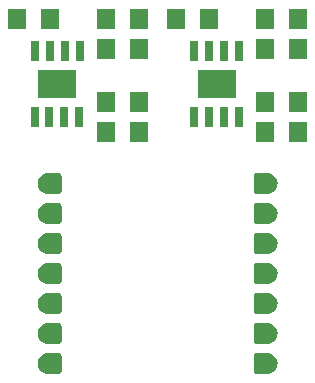
<source format=gbr>
G04 EAGLE Gerber RS-274X export*
G75*
%MOMM*%
%FSLAX34Y34*%
%LPD*%
%INSolderpaste Top*%
%IPPOS*%
%AMOC8*
5,1,8,0,0,1.08239X$1,22.5*%
G01*
G04 Define Apertures*
%ADD10R,0.650000X1.750000*%
%ADD11R,3.300000X2.410000*%
%ADD12R,1.600000X1.800000*%
G36*
X113720Y32450D02*
X113633Y31793D01*
X113380Y31180D01*
X112976Y30654D01*
X112450Y30250D01*
X111837Y29997D01*
X111180Y29910D01*
X102290Y29910D01*
X100556Y30081D01*
X98888Y30587D01*
X97351Y31408D01*
X96004Y32514D01*
X94898Y33861D01*
X94077Y35398D01*
X93571Y37066D01*
X93400Y38800D01*
X93571Y40534D01*
X94077Y42202D01*
X94898Y43739D01*
X96004Y45086D01*
X97351Y46192D01*
X98888Y47013D01*
X100556Y47519D01*
X102290Y47690D01*
X111180Y47690D01*
X111837Y47603D01*
X112450Y47350D01*
X112976Y46946D01*
X113380Y46420D01*
X113633Y45807D01*
X113720Y45150D01*
X113720Y32450D01*
G37*
G36*
X113720Y57850D02*
X113633Y57193D01*
X113380Y56580D01*
X112976Y56054D01*
X112450Y55650D01*
X111837Y55397D01*
X111180Y55310D01*
X102290Y55310D01*
X100556Y55481D01*
X98888Y55987D01*
X97351Y56808D01*
X96004Y57914D01*
X94898Y59261D01*
X94077Y60798D01*
X93571Y62466D01*
X93400Y64200D01*
X93571Y65934D01*
X94077Y67602D01*
X94898Y69139D01*
X96004Y70486D01*
X97351Y71592D01*
X98888Y72413D01*
X100556Y72919D01*
X102290Y73090D01*
X111180Y73090D01*
X111837Y73003D01*
X112450Y72750D01*
X112976Y72346D01*
X113380Y71820D01*
X113633Y71207D01*
X113720Y70550D01*
X113720Y57850D01*
G37*
G36*
X113720Y83250D02*
X113633Y82593D01*
X113380Y81980D01*
X112976Y81454D01*
X112450Y81050D01*
X111837Y80797D01*
X111180Y80710D01*
X102290Y80710D01*
X100556Y80881D01*
X98888Y81387D01*
X97351Y82208D01*
X96004Y83314D01*
X94898Y84661D01*
X94077Y86198D01*
X93571Y87866D01*
X93400Y89600D01*
X93571Y91334D01*
X94077Y93002D01*
X94898Y94539D01*
X96004Y95886D01*
X97351Y96992D01*
X98888Y97813D01*
X100556Y98319D01*
X102290Y98490D01*
X111180Y98490D01*
X111837Y98403D01*
X112450Y98150D01*
X112976Y97746D01*
X113380Y97220D01*
X113633Y96607D01*
X113720Y95950D01*
X113720Y83250D01*
G37*
G36*
X113720Y108650D02*
X113633Y107993D01*
X113380Y107380D01*
X112976Y106854D01*
X112450Y106450D01*
X111837Y106197D01*
X111180Y106110D01*
X102290Y106110D01*
X100556Y106281D01*
X98888Y106787D01*
X97351Y107608D01*
X96004Y108714D01*
X94898Y110061D01*
X94077Y111598D01*
X93571Y113266D01*
X93400Y115000D01*
X93571Y116734D01*
X94077Y118402D01*
X94898Y119939D01*
X96004Y121286D01*
X97351Y122392D01*
X98888Y123213D01*
X100556Y123719D01*
X102290Y123890D01*
X111180Y123890D01*
X111837Y123803D01*
X112450Y123550D01*
X112976Y123146D01*
X113380Y122620D01*
X113633Y122007D01*
X113720Y121350D01*
X113720Y108650D01*
G37*
G36*
X113720Y134050D02*
X113633Y133393D01*
X113380Y132780D01*
X112976Y132254D01*
X112450Y131850D01*
X111837Y131597D01*
X111180Y131510D01*
X102290Y131510D01*
X100556Y131681D01*
X98888Y132187D01*
X97351Y133008D01*
X96004Y134114D01*
X94898Y135461D01*
X94077Y136998D01*
X93571Y138666D01*
X93400Y140400D01*
X93571Y142134D01*
X94077Y143802D01*
X94898Y145339D01*
X96004Y146686D01*
X97351Y147792D01*
X98888Y148613D01*
X100556Y149119D01*
X102290Y149290D01*
X111180Y149290D01*
X111837Y149203D01*
X112450Y148950D01*
X112976Y148546D01*
X113380Y148020D01*
X113633Y147407D01*
X113720Y146750D01*
X113720Y134050D01*
G37*
G36*
X113720Y159450D02*
X113633Y158793D01*
X113380Y158180D01*
X112976Y157654D01*
X112450Y157250D01*
X111837Y156997D01*
X111180Y156910D01*
X102290Y156910D01*
X100556Y157081D01*
X98888Y157587D01*
X97351Y158408D01*
X96004Y159514D01*
X94898Y160861D01*
X94077Y162398D01*
X93571Y164066D01*
X93400Y165800D01*
X93571Y167534D01*
X94077Y169202D01*
X94898Y170739D01*
X96004Y172086D01*
X97351Y173192D01*
X98888Y174013D01*
X100556Y174519D01*
X102290Y174690D01*
X111180Y174690D01*
X111837Y174603D01*
X112450Y174350D01*
X112976Y173946D01*
X113380Y173420D01*
X113633Y172807D01*
X113720Y172150D01*
X113720Y159450D01*
G37*
G36*
X113720Y184850D02*
X113633Y184193D01*
X113380Y183580D01*
X112976Y183054D01*
X112450Y182650D01*
X111837Y182397D01*
X111180Y182310D01*
X102290Y182310D01*
X100556Y182481D01*
X98888Y182987D01*
X97351Y183808D01*
X96004Y184914D01*
X94898Y186261D01*
X94077Y187798D01*
X93571Y189466D01*
X93400Y191200D01*
X93571Y192934D01*
X94077Y194602D01*
X94898Y196139D01*
X96004Y197486D01*
X97351Y198592D01*
X98888Y199413D01*
X100556Y199919D01*
X102290Y200090D01*
X111180Y200090D01*
X111837Y200003D01*
X112450Y199750D01*
X112976Y199346D01*
X113380Y198820D01*
X113633Y198207D01*
X113720Y197550D01*
X113720Y184850D01*
G37*
G36*
X276280Y45150D02*
X276367Y45807D01*
X276620Y46420D01*
X277024Y46946D01*
X277550Y47350D01*
X278163Y47603D01*
X278820Y47690D01*
X287710Y47690D01*
X289444Y47519D01*
X291112Y47013D01*
X292649Y46192D01*
X293996Y45086D01*
X295102Y43739D01*
X295923Y42202D01*
X296429Y40534D01*
X296600Y38800D01*
X296429Y37066D01*
X295923Y35398D01*
X295102Y33861D01*
X293996Y32514D01*
X292649Y31408D01*
X291112Y30587D01*
X289444Y30081D01*
X287710Y29910D01*
X278820Y29910D01*
X278163Y29997D01*
X277550Y30250D01*
X277024Y30654D01*
X276620Y31180D01*
X276367Y31793D01*
X276280Y32450D01*
X276280Y45150D01*
G37*
G36*
X276280Y70550D02*
X276367Y71207D01*
X276620Y71820D01*
X277024Y72346D01*
X277550Y72750D01*
X278163Y73003D01*
X278820Y73090D01*
X287710Y73090D01*
X289444Y72919D01*
X291112Y72413D01*
X292649Y71592D01*
X293996Y70486D01*
X295102Y69139D01*
X295923Y67602D01*
X296429Y65934D01*
X296600Y64200D01*
X296429Y62466D01*
X295923Y60798D01*
X295102Y59261D01*
X293996Y57914D01*
X292649Y56808D01*
X291112Y55987D01*
X289444Y55481D01*
X287710Y55310D01*
X278820Y55310D01*
X278163Y55397D01*
X277550Y55650D01*
X277024Y56054D01*
X276620Y56580D01*
X276367Y57193D01*
X276280Y57850D01*
X276280Y70550D01*
G37*
G36*
X276280Y95950D02*
X276367Y96607D01*
X276620Y97220D01*
X277024Y97746D01*
X277550Y98150D01*
X278163Y98403D01*
X278820Y98490D01*
X287710Y98490D01*
X289444Y98319D01*
X291112Y97813D01*
X292649Y96992D01*
X293996Y95886D01*
X295102Y94539D01*
X295923Y93002D01*
X296429Y91334D01*
X296600Y89600D01*
X296429Y87866D01*
X295923Y86198D01*
X295102Y84661D01*
X293996Y83314D01*
X292649Y82208D01*
X291112Y81387D01*
X289444Y80881D01*
X287710Y80710D01*
X278820Y80710D01*
X278163Y80797D01*
X277550Y81050D01*
X277024Y81454D01*
X276620Y81980D01*
X276367Y82593D01*
X276280Y83250D01*
X276280Y95950D01*
G37*
G36*
X276280Y121350D02*
X276367Y122007D01*
X276620Y122620D01*
X277024Y123146D01*
X277550Y123550D01*
X278163Y123803D01*
X278820Y123890D01*
X287710Y123890D01*
X289444Y123719D01*
X291112Y123213D01*
X292649Y122392D01*
X293996Y121286D01*
X295102Y119939D01*
X295923Y118402D01*
X296429Y116734D01*
X296600Y115000D01*
X296429Y113266D01*
X295923Y111598D01*
X295102Y110061D01*
X293996Y108714D01*
X292649Y107608D01*
X291112Y106787D01*
X289444Y106281D01*
X287710Y106110D01*
X278820Y106110D01*
X278163Y106197D01*
X277550Y106450D01*
X277024Y106854D01*
X276620Y107380D01*
X276367Y107993D01*
X276280Y108650D01*
X276280Y121350D01*
G37*
G36*
X276280Y146750D02*
X276367Y147407D01*
X276620Y148020D01*
X277024Y148546D01*
X277550Y148950D01*
X278163Y149203D01*
X278820Y149290D01*
X287710Y149290D01*
X289444Y149119D01*
X291112Y148613D01*
X292649Y147792D01*
X293996Y146686D01*
X295102Y145339D01*
X295923Y143802D01*
X296429Y142134D01*
X296600Y140400D01*
X296429Y138666D01*
X295923Y136998D01*
X295102Y135461D01*
X293996Y134114D01*
X292649Y133008D01*
X291112Y132187D01*
X289444Y131681D01*
X287710Y131510D01*
X278820Y131510D01*
X278163Y131597D01*
X277550Y131850D01*
X277024Y132254D01*
X276620Y132780D01*
X276367Y133393D01*
X276280Y134050D01*
X276280Y146750D01*
G37*
G36*
X276280Y172150D02*
X276367Y172807D01*
X276620Y173420D01*
X277024Y173946D01*
X277550Y174350D01*
X278163Y174603D01*
X278820Y174690D01*
X287710Y174690D01*
X289444Y174519D01*
X291112Y174013D01*
X292649Y173192D01*
X293996Y172086D01*
X295102Y170739D01*
X295923Y169202D01*
X296429Y167534D01*
X296600Y165800D01*
X296429Y164066D01*
X295923Y162398D01*
X295102Y160861D01*
X293996Y159514D01*
X292649Y158408D01*
X291112Y157587D01*
X289444Y157081D01*
X287710Y156910D01*
X278820Y156910D01*
X278163Y156997D01*
X277550Y157250D01*
X277024Y157654D01*
X276620Y158180D01*
X276367Y158793D01*
X276280Y159450D01*
X276280Y172150D01*
G37*
G36*
X276280Y197550D02*
X276367Y198207D01*
X276620Y198820D01*
X277024Y199346D01*
X277550Y199750D01*
X278163Y200003D01*
X278820Y200090D01*
X287710Y200090D01*
X289444Y199919D01*
X291112Y199413D01*
X292649Y198592D01*
X293996Y197486D01*
X295102Y196139D01*
X295923Y194602D01*
X296429Y192934D01*
X296600Y191200D01*
X296429Y189466D01*
X295923Y187798D01*
X295102Y186261D01*
X293996Y184914D01*
X292649Y183808D01*
X291112Y182987D01*
X289444Y182481D01*
X287710Y182310D01*
X278820Y182310D01*
X278163Y182397D01*
X277550Y182650D01*
X277024Y183054D01*
X276620Y183580D01*
X276367Y184193D01*
X276280Y184850D01*
X276280Y197550D01*
G37*
D10*
X90950Y247000D03*
X103550Y247000D03*
X116250Y247000D03*
X128950Y247000D03*
X90950Y303000D03*
X103650Y303000D03*
X116350Y303000D03*
X129050Y303000D03*
D11*
X110000Y275000D03*
D12*
X104000Y330000D03*
X76000Y330000D03*
X179000Y260000D03*
X151000Y260000D03*
X151000Y235000D03*
X179000Y235000D03*
X151000Y330000D03*
X179000Y330000D03*
X151000Y305000D03*
X179000Y305000D03*
D10*
X225950Y247000D03*
X238550Y247000D03*
X251250Y247000D03*
X263950Y247000D03*
X225950Y303000D03*
X238650Y303000D03*
X251350Y303000D03*
X264050Y303000D03*
D11*
X245000Y275000D03*
D12*
X239000Y330000D03*
X211000Y330000D03*
X314000Y260000D03*
X286000Y260000D03*
X286000Y235000D03*
X314000Y235000D03*
X286000Y330000D03*
X314000Y330000D03*
X286000Y305000D03*
X314000Y305000D03*
M02*

</source>
